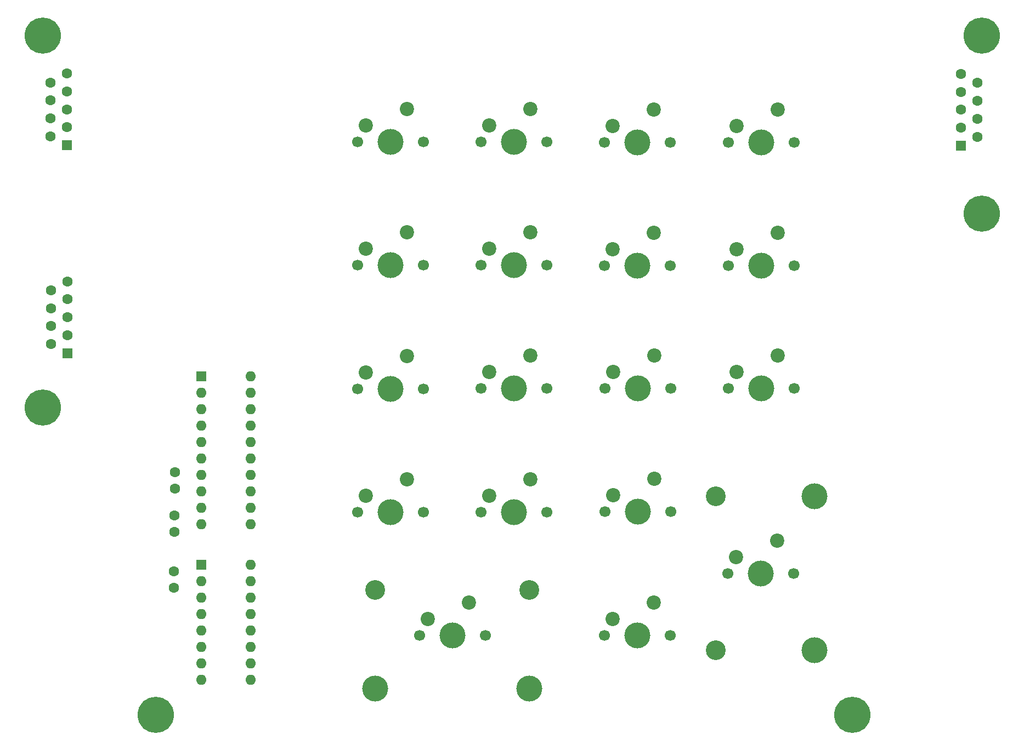
<source format=gbr>
%TF.GenerationSoftware,KiCad,Pcbnew,5.1.9+dfsg1-1*%
%TF.CreationDate,2022-02-16T13:07:23+01:00*%
%TF.ProjectId,A130XE_CX85,41313330-5845-45f4-9358-38352e6b6963,0.1*%
%TF.SameCoordinates,Original*%
%TF.FileFunction,Soldermask,Bot*%
%TF.FilePolarity,Negative*%
%FSLAX46Y46*%
G04 Gerber Fmt 4.6, Leading zero omitted, Abs format (unit mm)*
G04 Created by KiCad (PCBNEW 5.1.9+dfsg1-1) date 2022-02-16 13:07:23*
%MOMM*%
%LPD*%
G01*
G04 APERTURE LIST*
%ADD10C,1.600000*%
%ADD11R,1.600000X1.600000*%
%ADD12C,2.200000*%
%ADD13C,4.000000*%
%ADD14C,1.700000*%
%ADD15C,3.050000*%
%ADD16O,1.600000X1.600000*%
%ADD17C,5.600000*%
G04 APERTURE END LIST*
D10*
%TO.C,J1*%
X66240000Y-44735000D03*
X66240000Y-47505000D03*
X66240000Y-50275000D03*
X66240000Y-53045000D03*
X68780000Y-43350000D03*
X68780000Y-46120000D03*
X68780000Y-48890000D03*
X68780000Y-51660000D03*
D11*
X68780000Y-54430000D03*
%TD*%
%TO.C,J2*%
X68850000Y-86560000D03*
D10*
X68850000Y-83790000D03*
X68850000Y-81020000D03*
X68850000Y-78250000D03*
X68850000Y-75480000D03*
X66310000Y-85175000D03*
X66310000Y-82405000D03*
X66310000Y-79635000D03*
X66310000Y-76865000D03*
%TD*%
D11*
%TO.C,J3*%
X206730000Y-54500000D03*
D10*
X206730000Y-51730000D03*
X206730000Y-48960000D03*
X206730000Y-46190000D03*
X206730000Y-43420000D03*
X209270000Y-53115000D03*
X209270000Y-50345000D03*
X209270000Y-47575000D03*
X209270000Y-44805000D03*
%TD*%
D12*
%TO.C,SW1*%
X178450000Y-67930000D03*
X172100000Y-70470000D03*
D13*
X175910000Y-73010000D03*
D14*
X170830000Y-73010000D03*
X180990000Y-73010000D03*
%TD*%
D12*
%TO.C,SW2*%
X159420000Y-106010000D03*
X153070000Y-108550000D03*
D13*
X156880000Y-111090000D03*
D14*
X151800000Y-111090000D03*
X161960000Y-111090000D03*
%TD*%
%TO.C,SW3*%
X161910000Y-73010000D03*
X151750000Y-73010000D03*
D13*
X156830000Y-73010000D03*
D12*
X153020000Y-70470000D03*
X159370000Y-67930000D03*
%TD*%
D14*
%TO.C,SW4*%
X161960000Y-92020000D03*
X151800000Y-92020000D03*
D13*
X156880000Y-92020000D03*
D12*
X153070000Y-89480000D03*
X159420000Y-86940000D03*
%TD*%
D14*
%TO.C,SW6*%
X142850000Y-111110000D03*
X132690000Y-111110000D03*
D13*
X137770000Y-111110000D03*
D12*
X133960000Y-108570000D03*
X140310000Y-106030000D03*
%TD*%
%TO.C,SW7*%
X140330000Y-67910000D03*
X133980000Y-70450000D03*
D13*
X137790000Y-72990000D03*
D14*
X132710000Y-72990000D03*
X142870000Y-72990000D03*
%TD*%
D12*
%TO.C,SW8*%
X140330000Y-86970000D03*
X133980000Y-89510000D03*
D13*
X137790000Y-92050000D03*
D14*
X132710000Y-92050000D03*
X142870000Y-92050000D03*
%TD*%
%TO.C,SW9*%
X161910000Y-130180000D03*
X151750000Y-130180000D03*
D13*
X156830000Y-130180000D03*
D12*
X153020000Y-127640000D03*
X159370000Y-125100000D03*
%TD*%
%TO.C,SW10*%
X121260000Y-106040000D03*
X114910000Y-108580000D03*
D13*
X118720000Y-111120000D03*
D14*
X113640000Y-111120000D03*
X123800000Y-111120000D03*
%TD*%
%TO.C,SW11*%
X123810000Y-72990000D03*
X113650000Y-72990000D03*
D13*
X118730000Y-72990000D03*
D12*
X114920000Y-70450000D03*
X121270000Y-67910000D03*
%TD*%
D14*
%TO.C,SW12*%
X123800000Y-92070000D03*
X113640000Y-92070000D03*
D13*
X118720000Y-92070000D03*
D12*
X114910000Y-89530000D03*
X121260000Y-86990000D03*
%TD*%
D15*
%TO.C,SW13*%
X168890000Y-108720000D03*
X168890000Y-132520000D03*
D13*
X184130000Y-132520000D03*
X184130000Y-108720000D03*
D14*
X180970000Y-120620000D03*
X170810000Y-120620000D03*
D13*
X175890000Y-120620000D03*
D12*
X172080000Y-118080000D03*
X178430000Y-115540000D03*
%TD*%
%TO.C,SW14*%
X130790000Y-125120000D03*
X124440000Y-127660000D03*
D13*
X128250000Y-130200000D03*
D14*
X123170000Y-130200000D03*
X133330000Y-130200000D03*
D13*
X140150000Y-138440000D03*
X116350000Y-138440000D03*
D15*
X116350000Y-123200000D03*
X140150000Y-123200000D03*
%TD*%
D12*
%TO.C,SW15*%
X178450000Y-48910000D03*
X172100000Y-51450000D03*
D13*
X175910000Y-53990000D03*
D14*
X170830000Y-53990000D03*
X180990000Y-53990000D03*
%TD*%
D12*
%TO.C,SW16*%
X159370000Y-48910000D03*
X153020000Y-51450000D03*
D13*
X156830000Y-53990000D03*
D14*
X151750000Y-53990000D03*
X161910000Y-53990000D03*
%TD*%
D12*
%TO.C,SW17*%
X140310000Y-48870000D03*
X133960000Y-51410000D03*
D13*
X137770000Y-53950000D03*
D14*
X132690000Y-53950000D03*
X142850000Y-53950000D03*
%TD*%
%TO.C,SW18*%
X123820000Y-53910000D03*
X113660000Y-53910000D03*
D13*
X118740000Y-53910000D03*
D12*
X114930000Y-51370000D03*
X121280000Y-48830000D03*
%TD*%
D11*
%TO.C,U1*%
X89530000Y-119310000D03*
D16*
X97150000Y-137090000D03*
X89530000Y-121850000D03*
X97150000Y-134550000D03*
X89530000Y-124390000D03*
X97150000Y-132010000D03*
X89530000Y-126930000D03*
X97150000Y-129470000D03*
X89530000Y-129470000D03*
X97150000Y-126930000D03*
X89530000Y-132010000D03*
X97150000Y-124390000D03*
X89530000Y-134550000D03*
X97150000Y-121850000D03*
X89530000Y-137090000D03*
X97150000Y-119310000D03*
%TD*%
D11*
%TO.C,U2*%
X89540000Y-90120000D03*
D16*
X97160000Y-112980000D03*
X89540000Y-92660000D03*
X97160000Y-110440000D03*
X89540000Y-95200000D03*
X97160000Y-107900000D03*
X89540000Y-97740000D03*
X97160000Y-105360000D03*
X89540000Y-100280000D03*
X97160000Y-102820000D03*
X89540000Y-102820000D03*
X97160000Y-100280000D03*
X89540000Y-105360000D03*
X97160000Y-97740000D03*
X89540000Y-107900000D03*
X97160000Y-95200000D03*
X89540000Y-110440000D03*
X97160000Y-92660000D03*
X89540000Y-112980000D03*
X97160000Y-90120000D03*
%TD*%
D12*
%TO.C,SW5*%
X178450000Y-86910000D03*
X172100000Y-89450000D03*
D13*
X175910000Y-91990000D03*
D14*
X170830000Y-91990000D03*
X180990000Y-91990000D03*
%TD*%
D17*
%TO.C,H1*%
X65000000Y-37500000D03*
%TD*%
%TO.C,H2*%
X210000000Y-37500000D03*
%TD*%
%TO.C,H3*%
X210000000Y-65000000D03*
%TD*%
%TO.C,H4*%
X190000000Y-142500000D03*
%TD*%
%TO.C,H5*%
X82500000Y-142500000D03*
%TD*%
%TO.C,H6*%
X65000000Y-95000000D03*
%TD*%
D10*
%TO.C,C1*%
X85310000Y-120300000D03*
X85310000Y-122800000D03*
%TD*%
%TO.C,C2*%
X85380000Y-111690000D03*
X85380000Y-114190000D03*
%TD*%
%TO.C,C3*%
X85450000Y-107500000D03*
X85450000Y-105000000D03*
%TD*%
M02*

</source>
